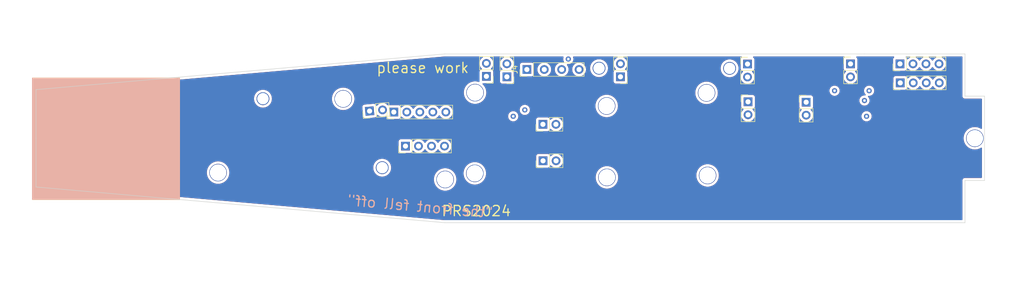
<source format=kicad_pcb>
(kicad_pcb (version 20240108) (generator "pcbnew") (generator_version "8.0")
  (layers (0 "F.Cu" signal) (1 "In1.Cu" signal) (2 "In2.Cu" signal) (31 "B.Cu" signal) (34 "B.Paste" user) (35 "F.Paste" user) (36 "B.SilkS" user "B.Silkscreen") (37 "F.SilkS" user "F.Silkscreen") (38 "B.Mask" user) (39 "F.Mask" user) (44 "Edge.Cuts" user))
  (net 0 "")
  (net 1 "Net-(BT1-+)")
  (net 2 "Net-(BT1--)")
  (net 3 "Net-(BT2--)")
  (net 4 "Net-(BT2-+)")
  (net 5 "Net-(BT3--)")
  (net 6 "Net-(BT3-+)")
  (net 7 "Net-(BT4--)")
  (net 8 "Net-(BT4-+)")
  (net 10 "Net-(J1-Pin_1)")
  (net 12 "Net-(J1-Pin_5)")
  (net 14 "Net-(J10-Pin_2)")
  (net 15 "Net-(J2-Pin_4)")
  (net 16 "Net-(J10-Pin_1)")
  (net 17 "Net-(J2-Pin_3)")
  (net 18 "Net-(J4-Pin_2)")
  (net 19 "Net-(J4-Pin_1)")
  (net 20 "Net-(J5-Pin_2)")
  (net 21 "Net-(J5-Pin_1)")
  (net 22 "Net-(J7-Pin_1)")
  (footprint "Connector_PinHeader_2.54mm:PinHeader_1x04_P2.54mm_Vertical" (layer "F.Cu") (at 221.8282 57.9628 90)
    (property "Reference" "SW1" (hide yes))
    (property "Value" "SW_DPST_x2")
    (fp_line (start -1.33 -1.33) (end 0 -1.33) (stroke (width 0.12)) (layer "F.SilkS"))
    (fp_line (start -1.33 0) (end -1.33 -1.33) (stroke (width 0.12)) (layer "F.SilkS"))
    (fp_line (start 1.33 1.27) (end 1.33 8.95) (stroke (width 0.12)) (layer "F.SilkS"))
    (fp_line (start -1.33 1.27) (end 1.33 1.27) (stroke (width 0.12)) (layer "F.SilkS"))
    (fp_line (start -1.33 1.27) (end -1.33 8.95) (stroke (width 0.12)) (layer "F.SilkS"))
    (fp_line (start -1.33 8.95) (end 1.33 8.95) (stroke (width 0.12)) (layer "F.SilkS"))
    (pad "1" thru_hole rect (at 0 0 90) (size 1.7 1.7) (drill 1) (layers "*.Cu" "*.Mask") (net 4 "Net-(BT2-+)"))
    (pad "2" thru_hole oval (at 0 2.54 90) (size 1.7 1.7) (drill 1) (layers "*.Cu" "*.Mask") (net 22 "Net-(J7-Pin_1)"))
    (pad "3" thru_hole oval (at 0 5.08 90) (size 1.7 1.7) (drill 1) (layers "*.Cu" "*.Mask") (net 18 "Net-(J4-Pin_2)"))
    (pad "4" thru_hole oval (at 0 7.62 90) (size 1.7 1.7) (drill 1) (layers "*.Cu" "*.Mask") (net 19 "Net-(J4-Pin_1)"))
  )
  (footprint "Connector_PinHeader_2.54mm:PinHeader_1x02_P2.54mm_Vertical" (layer "F.Cu") (at 152.0648 73.2078 90)
    (property "Reference" "J11" (hide yes))
    (property "Value" "Ezmini1")
    (fp_line (start -1.33 -1.33) (end 0 -1.33) (stroke (width 0.12)) (layer "F.SilkS"))
    (fp_line (start -1.33 0) (end -1.33 -1.33) (stroke (width 0.12)) (layer "F.SilkS"))
    (fp_line (start 1.33 1.27) (end 1.33 3.87) (stroke (width 0.12)) (layer "F.SilkS"))
    (fp_line (start -1.33 1.27) (end 1.33 1.27) (stroke (width 0.12)) (layer "F.SilkS"))
    (fp_line (start -1.33 1.27) (end -1.33 3.87) (stroke (width 0.12)) (layer "F.SilkS"))
    (fp_line (start -1.33 3.87) (end 1.33 3.87) (stroke (width 0.12)) (layer "F.SilkS"))
    (pad "1" thru_hole rect (at 0 0 90) (size 1.7 1.7) (drill 1) (layers "*.Cu" "*.Mask") (net 6 "Net-(BT3-+)"))
    (pad "2" thru_hole oval (at 0 2.54 90) (size 1.7 1.7) (drill 1) (layers "*.Cu" "*.Mask") (net 5 "Net-(BT3--)"))
  )
  (footprint ".pretty:MountingHole_2.2mm_M3_DIN965_Pad_1" (layer "F.Cu") (at 132.9436 76.8604)
    (property "Reference" "H7" (hide yes))
    (property "Value" "MountingHole")
    (pad "1" thru_hole circle (at 0 0) (size 3.4 3.4) (drill 3.2) (layers "*.Cu" "*.Mask"))
  )
  (footprint ".pretty:MountingHole_2.2mm_M3_DIN965_Pad_1" (layer "F.Cu") (at 236.4 68.8)
    (property "Reference" "H14" (hide yes))
    (property "Value" "MountingHole")
    (pad "1" thru_hole circle (at 0 0) (size 3.4 3.4) (drill 3.2) (layers "*.Cu" "*.Mask"))
  )
  (footprint "Connector_PinHeader_2.54mm:PinHeader_1x04_P2.54mm_Vertical" (layer "F.Cu") (at 125.1966 70.3326 90)
    (property "Reference" "J2" (hide yes))
    (property "Value" "LEO1")
    (fp_line (start -1.33 -1.33) (end 0 -1.33) (stroke (width 0.12)) (layer "F.SilkS"))
    (fp_line (start -1.33 0) (end -1.33 -1.33) (stroke (width 0.12)) (layer "F.SilkS"))
    (fp_line (start 1.33 1.27) (end 1.33 8.95) (stroke (width 0.12)) (layer "F.SilkS"))
    (fp_line (start -1.33 1.27) (end 1.33 1.27) (stroke (width 0.12)) (layer "F.SilkS"))
    (fp_line (start -1.33 1.27) (end -1.33 8.95) (stroke (width 0.12)) (layer "F.SilkS"))
    (fp_line (start -1.33 8.95) (end 1.33 8.95) (stroke (width 0.12)) (layer "F.SilkS"))
    (pad "1" thru_hole rect (at 0 0 90) (size 1.7 1.7) (drill 1) (layers "*.Cu" "*.Mask") (net 16 "Net-(J10-Pin_1)"))
    (pad "2" thru_hole oval (at 0 2.54 90) (size 1.7 1.7) (drill 1) (layers "*.Cu" "*.Mask") (net 14 "Net-(J10-Pin_2)"))
    (pad "3" thru_hole oval (at 0 5.08 90) (size 1.7 1.7) (drill 1) (layers "*.Cu" "*.Mask") (net 17 "Net-(J2-Pin_3)"))
    (pad "4" thru_hole oval (at 0 7.62 90) (size 1.7 1.7) (drill 1) (layers "*.Cu" "*.Mask") (net 15 "Net-(J2-Pin_4)"))
  )
  (footprint "Connector_PinHeader_2.54mm:PinHeader_1x05_P2.54mm_Vertical" (layer "F.Cu") (at 122.9156 63.6728 90)
    (property "Reference" "J1" (hide yes))
    (property "Value" "LEO2")
    (fp_line (start -1.33 -1.33) (end 0 -1.33) (stroke (width 0.12)) (layer "F.SilkS"))
    (fp_line (start -1.33 0) (end -1.33 -1.33) (stroke (width 0.12)) (layer "F.SilkS"))
    (fp_line (start 1.33 1.27) (end 1.33 11.49) (stroke (width 0.12)) (layer "F.SilkS"))
    (fp_line (start -1.33 1.27) (end 1.33 1.27) (stroke (width 0.12)) (layer "F.SilkS"))
    (fp_line (start -1.33 1.27) (end -1.33 11.49) (stroke (width 0.12)) (layer "F.SilkS"))
    (fp_line (start -1.33 11.49) (end 1.33 11.49) (stroke (width 0.12)) (layer "F.SilkS"))
    (pad "1" thru_hole rect (at 0 0 90) (size 1.7 1.7) (drill 1) (layers "*.Cu" "*.Mask") (net 10 "Net-(J1-Pin_1)"))
    (pad "2" thru_hole oval (at 0 2.54 90) (size 1.7 1.7) (drill 1) (layers "*.Cu" "*.Mask"))
    (pad "3" thru_hole oval (at 0 5.08 90) (size 1.7 1.7) (drill 1) (layers "*.Cu" "*.Mask"))
    (pad "4" thru_hole oval (at 0 7.62 90) (size 1.7 1.7) (drill 1) (layers "*.Cu" "*.Mask"))
    (pad "5" thru_hole oval (at 0 10.16 90) (size 1.7 1.7) (drill 1) (layers "*.Cu" "*.Mask") (net 12 "Net-(J1-Pin_5)"))
  )
  (footprint "Connector_PinHeader_2.54mm:PinHeader_1x02_P2.54mm_Vertical" (layer "F.Cu") (at 212.1154 54.2494)
    (property "Reference" "J10" (hide yes))
    (property "Value" "DCDC1")
    (fp_line (start -1.33 -1.33) (end 0 -1.33) (stroke (width 0.12)) (layer "F.SilkS"))
    (fp_line (start -1.33 0) (end -1.33 -1.33) (stroke (width 0.12)) (layer "F.SilkS"))
    (fp_line (start -1.33 1.27) (end -1.33 3.87) (stroke (width 0.12)) (layer "F.SilkS"))
    (fp_line (start -1.33 1.27) (end 1.33 1.27) (stroke (width 0.12)) (layer "F.SilkS"))
    (fp_line (start -1.33 3.87) (end 1.33 3.87) (stroke (width 0.12)) (layer "F.SilkS"))
    (fp_line (start 1.33 1.27) (end 1.33 3.87) (stroke (width 0.12)) (layer "F.SilkS"))
    (pad "1" thru_hole rect (at 0 0) (size 1.7 1.7) (drill 1) (layers "*.Cu" "*.Mask") (net 16 "Net-(J10-Pin_1)"))
    (pad "2" thru_hole oval (at 0 2.54) (size 1.7 1.7) (drill 1) (layers "*.Cu" "*.Mask") (net 14 "Net-(J10-Pin_2)"))
  )
  (footprint "Connector_PinHeader_2.54mm:PinHeader_1x02_P2.54mm_Vertical" (layer "F.Cu") (at 152.0394 66.0704 90)
    (property "Reference" "J5" (hide yes))
    (property "Value" "Ezmini1")
    (fp_line (start -1.33 -1.33) (end 0 -1.33) (stroke (width 0.12)) (layer "F.SilkS"))
    (fp_line (start -1.33 0) (end -1.33 -1.33) (stroke (width 0.12)) (layer "F.SilkS"))
    (fp_line (start 1.33 1.27) (end 1.33 3.87) (stroke (width 0.12)) (layer "F.SilkS"))
    (fp_line (start -1.33 1.27) (end 1.33 1.27) (stroke (width 0.12)) (layer "F.SilkS"))
    (fp_line (start -1.33 1.27) (end -1.33 3.87) (stroke (width 0.12)) (layer "F.SilkS"))
    (fp_line (start -1.33 3.87) (end 1.33 3.87) (stroke (width 0.12)) (layer "F.SilkS"))
    (pad "1" thru_hole rect (at 0 0 90) (size 1.7 1.7) (drill 1) (layers "*.Cu" "*.Mask") (net 21 "Net-(J5-Pin_1)"))
    (pad "2" thru_hole oval (at 0 2.54 90) (size 1.7 1.7) (drill 1) (layers "*.Cu" "*.Mask") (net 20 "Net-(J5-Pin_2)"))
  )
  (footprint ".pretty:MountingHole_2.2mm_M2_DIN965_Pad" (layer "F.Cu") (at 97.3582 61.0616)
    (property "Reference" "H1" (hide yes))
    (property "Value" "MountingHole")
    (pad "1" thru_hole circle (at 0 0) (size 2.5 2.5) (drill 2.2) (layers "*.Cu" "*.Mask"))
  )
  (footprint ".pretty:MountingHole_2.2mm_M3_DIN965_Pad_1" (layer "F.Cu") (at 138.7348 75.6666)
    (property "Reference" "H10" (hide yes))
    (property "Value" "MountingHole")
    (pad "1" thru_hole circle (at 0 0) (size 3.4 3.4) (drill 3.2) (layers "*.Cu" "*.Mask"))
  )
  (footprint "Connector_PinHeader_2.54mm:PinHeader_1x02_P2.54mm_Vertical" (layer "F.Cu") (at 141 56.6862 180)
    (property "Reference" "BT3" (hide yes))
    (property "Value" "1s2")
    (fp_line (start 1.33 1.27) (end 1.33 3.87) (stroke (width 0.12)) (layer "F.SilkS"))
    (fp_line (start -1.33 3.87) (end 1.33 3.87) (stroke (width 0.12)) (layer "F.SilkS"))
    (fp_line (start -1.33 1.27) (end 1.33 1.27) (stroke (width 0.12)) (layer "F.SilkS"))
    (fp_line (start -1.33 1.27) (end -1.33 3.87) (stroke (width 0.12)) (layer "F.SilkS"))
    (fp_line (start -1.33 0) (end -1.33 -1.33) (stroke (width 0.12)) (layer "F.SilkS"))
    (fp_line (start -1.33 -1.33) (end 0 -1.33) (stroke (width 0.12)) (layer "F.SilkS"))
    (pad "1" thru_hole rect (at 0 0 180) (size 1.7 1.7) (drill 1) (layers "*.Cu" "*.Mask") (net 6 "Net-(BT3-+)"))
    (pad "2" thru_hole oval (at 0 2.54 180) (size 1.7 1.7) (drill 1) (layers "*.Cu" "*.Mask") (net 5 "Net-(BT3--)"))
  )
  (footprint ".pretty:PinHeader_1x04_P3.08mm_Vertical" (layer "F.Cu") (at 148.902 55.3466 90)
    (property "Reference" "J4" (at 0 -2.33 90) (layer "F.SilkS"))
    (property "Value" "Strat1")
    (fp_line (start -1.33 -1.33) (end 0 -1.33) (stroke (width 0.12)) (layer "F.SilkS"))
    (fp_line (start -1.33 0) (end -1.33 -1.33) (stroke (width 0.12)) (layer "F.SilkS"))
    (fp_line (start 1.33 1.27) (end 1.33 11.176) (stroke (width 0.12)) (layer "F.SilkS"))
    (fp_line (start -1.33 1.27) (end 1.33 1.27) (stroke (width 0.12)) (layer "F.SilkS"))
    (fp_line (start -1.33 1.27) (end -1.33 11.176) (stroke (width 0.12)) (layer "F.SilkS"))
    (fp_line (start -1.33 11.176) (end 1.33 11.176) (stroke (width 0.12)) (layer "F.SilkS"))
    (pad "1" thru_hole rect (at 0 0 90) (size 1.7 1.7) (drill 1) (layers "*.Cu" "*.Mask") (net 19 "Net-(J4-Pin_1)"))
    (pad "2" thru_hole oval (at 0 3.4 90) (size 1.7 1.7) (drill 1) (layers "*.Cu" "*.Mask") (net 18 "Net-(J4-Pin_2)"))
    (pad "3" thru_hole oval (at 0 6.8 90) (size 1.7 1.7) (drill 1) (layers "*.Cu" "*.Mask") (net 8 "Net-(BT4-+)"))
    (pad "4" thru_hole oval (at 0 10.2 90) (size 1.7 1.7) (drill 1) (layers "*.Cu" "*.Mask") (net 7 "Net-(BT4--)"))
  )
  (footprint "Connector_PinHeader_2.54mm:PinHeader_1x02_P2.54mm_Vertical" (layer "F.Cu") (at 203.454 61.7424)
    (property "Reference" "BT1" (hide yes))
    (property "Value" "2s")
    (fp_line (start -1.33 -1.33) (end 0 -1.33) (stroke (width 0.12)) (layer "F.SilkS"))
    (fp_line (start -1.33 0) (end -1.33 -1.33) (stroke (width 0.12)) (layer "F.SilkS"))
    (fp_line (start -1.33 1.27) (end -1.33 3.87) (stroke (width 0.12)) (layer "F.SilkS"))
    (fp_line (start -1.33 1.27) (end 1.33 1.27) (stroke (width 0.12)) (layer "F.SilkS"))
    (fp_line (start -1.33 3.87) (end 1.33 3.87) (stroke (width 0.12)) (layer "F.SilkS"))
    (fp_line (start 1.33 1.27) (end 1.33 3.87) (stroke (width 0.12)) (layer "F.SilkS"))
    (pad "1" thru_hole rect (at 0 0) (size 1.7 1.7) (drill 1) (layers "*.Cu" "*.Mask") (net 1 "Net-(BT1-+)"))
    (pad "2" thru_hole oval (at 0 2.54) (size 1.7 1.7) (drill 1) (layers "*.Cu" "*.Mask") (net 2 "Net-(BT1--)"))
  )
  (footprint "Connector_PinHeader_2.54mm:PinHeader_1x02_P2.54mm_Vertical" (layer "F.Cu") (at 192 54.2798)
    (property "Reference" "J9" (hide yes))
    (property "Value" "DCDC1")
    (fp_line (start -1.33 -1.33) (end 0 -1.33) (stroke (width 0.12)) (layer "F.SilkS"))
    (fp_line (start -1.33 0) (end -1.33 -1.33) (stroke (width 0.12)) (layer "F.SilkS"))
    (fp_line (start -1.33 1.27) (end -1.33 3.87) (stroke (width 0.12)) (layer "F.SilkS"))
    (fp_line (start -1.33 1.27) (end 1.33 1.27) (stroke (width 0.12)) (layer "F.SilkS"))
    (fp_line (start -1.33 3.87) (end 1.33 3.87) (stroke (width 0.12)) (layer "F.SilkS"))
    (fp_line (start 1.33 1.27) (end 1.33 3.87) (stroke (width 0.12)) (layer "F.SilkS"))
    (pad "1" thru_hole rect (at 0 0) (size 1.7 1.7) (drill 1) (layers "*.Cu" "*.Mask") (net 1 "Net-(BT1-+)"))
    (pad "2" thru_hole oval (at 0 2.54) (size 1.7 1.7) (drill 1) (layers "*.Cu" "*.Mask") (net 2 "Net-(BT1--)"))
  )
  (footprint ".pretty:MountingHole_2.2mm_M3_DIN965_Pad_1" (layer "F.Cu") (at 88.5952 75.5142)
    (property "Reference" "H5" (hide yes))
    (property "Value" "MountingHole")
    (pad "1" thru_hole circle (at 0 0) (size 3.4 3.4) (drill 3.2) (layers "*.Cu" "*.Mask"))
  )
  (footprint "Connector_PinHeader_2.54mm:PinHeader_1x02_P2.54mm_Vertical" (layer "F.Cu") (at 145 56.775 180)
    (property "Reference" "BT2" (hide yes))
    (property "Value" "1s1")
    (fp_line (start 1.33 1.27) (end 1.33 3.87) (stroke (width 0.12)) (layer "F.SilkS"))
    (fp_line (start -1.33 3.87) (end 1.33 3.87) (stroke (width 0.12)) (layer "F.SilkS"))
    (fp_line (start -1.33 1.27) (end 1.33 1.27) (stroke (width 0.12)) (layer "F.SilkS"))
    (fp_line (start -1.33 1.27) (end -1.33 3.87) (stroke (width 0.12)) (layer "F.SilkS"))
    (fp_line (start -1.33 0) (end -1.33 -1.33) (stroke (width 0.12)) (layer "F.SilkS"))
    (fp_line (start -1.33 -1.33) (end 0 -1.33) (stroke (width 0.12)) (layer "F.SilkS"))
    (pad "1" thru_hole rect (at 0 0 180) (size 1.7 1.7) (drill 1) (layers "*.Cu" "*.Mask") (net 4 "Net-(BT2-+)"))
    (pad "2" thru_hole oval (at 0 2.54 180) (size 1.7 1.7) (drill 1) (layers "*.Cu" "*.Mask") (net 3 "Net-(BT2--)"))
  )
  (footprint ".pretty:MountingHole_2.2mm_M3_DIN965_Pad_1" (layer "F.Cu") (at 164.4904 62.484)
    (property "Reference" "H9" (hide yes))
    (property "Value" "MountingHole")
    (pad "1" thru_hole circle (at 0 0) (size 3.4 3.4) (drill 3.2) (layers "*.Cu" "*.Mask"))
  )
  (footprint "Connector_PinHeader_2.54mm:PinHeader_1x02_P2.54mm_Vertical" (layer "F.Cu") (at 192.1002 61.6662)
    (property "Reference" "J8" (hide yes))
    (property "Value" "camera")
    (fp_line (start -1.33 -1.33) (end 0 -1.33) (stroke (width 0.12)) (layer "F.SilkS"))
    (fp_line (start -1.33 0) (end -1.33 -1.33) (stroke (width 0.12)) (layer "F.SilkS"))
    (fp_line (start -1.33 1.27) (end -1.33 3.87) (stroke (width 0.12)) (layer "F.SilkS"))
    (fp_line (start -1.33 1.27) (end 1.33 1.27) (stroke (width 0.12)) (layer "F.SilkS"))
    (fp_line (start -1.33 3.87) (end 1.33 3.87) (stroke (width 0.12)) (layer "F.SilkS"))
    (fp_line (start 1.33 1.27) (end 1.33 3.87) (stroke (width 0.12)) (layer "F.SilkS"))
    (pad "1" thru_hole rect (at 0 0) (size 1.7 1.7) (drill 1) (layers "*.Cu" "*.Mask") (net 10 "Net-(J1-Pin_1)"))
    (pad "2" thru_hole oval (at 0 2.54) (size 1.7 1.7) (drill 1) (layers "*.Cu" "*.Mask") (net 12 "Net-(J1-Pin_5)"))
  )
  (footprint ".pretty:MountingHole_2.2mm_M3_DIN965_Pad_1" (layer "F.Cu") (at 183.9976 59.9186)
    (property "Reference" "H11" (hide yes))
    (property "Value" "MountingHole")
    (pad "1" thru_hole circle (at 0 0) (size 3.4 3.4) (drill 3.2) (layers "*.Cu" "*.Mask"))
  )
  (footprint ".pretty:MountingHole_2.2mm_M3_DIN965_Pad_1" (layer "F.Cu") (at 164.5412 76.454)
    (property "Reference" "H13" (hide yes))
    (property "Value" "MountingHole")
    (pad "1" thru_hole circle (at 0 0) (size 3.4 3.4) (drill 3.2) (layers "*.Cu" "*.Mask"))
  )
  (footprint ".pretty:MountingHole_2.2mm_M3_DIN965_Pad_1" (layer "F.Cu") (at 184.2008 76.073)
    (property "Reference" "H12" (hide yes))
    (property "Value" "MountingHole")
    (pad "1" thru_hole circle (at 0 0) (size 3.4 3.4) (drill 3.2) (layers "*.Cu" "*.Mask"))
  )
  (footprint "Connector_PinHeader_2.54mm:PinHeader_1x04_P2.54mm_Vertical" (layer "F.Cu") (at 221.7774 54.2444 90)
    (property "Reference" "SW2" (hide yes))
    (property "Value" "SW_DPST_x2")
    (fp_line (start -1.33 -1.33) (end 0 -1.33) (stroke (width 0.12)) (layer "F.SilkS"))
    (fp_line (start -1.33 0) (end -1.33 -1.33) (stroke (width 0.12)) (layer "F.SilkS"))
    (fp_line (start 1.33 1.27) (end 1.33 8.95) (stroke (width 0.12)) (layer "F.SilkS"))
    (fp_line (start -1.33 1.27) (end 1.33 1.27) (stroke (width 0.12)) (layer "F.SilkS"))
    (fp_line (start -1.33 1.27) (end -1.33 8.95) (stroke (width 0.12)) (layer "F.SilkS"))
    (fp_line (start -1.33 8.95) (end 1.33 8.95) (stroke (width 0.12)) (layer "F.SilkS"))
    (pad "1" thru_hole rect (at 0 0 90) (size 1.7 1.7) (drill 1) (layers "*.Cu" "*.Mask") (net 20 "Net-(J5-Pin_2)"))
    (pad "2" thru_hole oval (at 0 2.54 90) (size 1.7 1.7) (drill 1) (layers "*.Cu" "*.Mask") (net 21 "Net-(J5-Pin_1)"))
    (pad "3" thru_hole oval (at 0 5.08 90) (size 1.7 1.7) (drill 1) (layers "*.Cu" "*.Mask") (net 15 "Net-(J2-Pin_4)"))
    (pad "4" thru_hole oval (at 0 7.62 90) (size 1.7 1.7) (drill 1) (layers "*.Cu" "*.Mask") (net 17 "Net-(J2-Pin_3)"))
  )
  (footprint ".pretty:MountingHole_2.2mm_M2_DIN965_Pad" (layer "F.Cu") (at 120.65 74.5594)
    (property "Reference" "H2" (hide yes))
    (property "Value" "MountingHole")
    (pad "1" thru_hole circle (at 0 0) (size 2.5 2.5) (drill 2.2) (layers "*.Cu" "*.Mask"))
  )
  (footprint ".pretty:MountingHole_2.2mm_M3_DIN965_Pad_1" (layer "F.Cu") (at 138.7856 59.8678)
    (property "Reference" "H8" (hide yes))
    (property "Value" "MountingHole")
    (pad "1" thru_hole circle (at 0 0) (size 3.4 3.4) (drill 3.2) (layers "*.Cu" "*.Mask"))
  )
  (footprint "Connector_PinHeader_2.54mm:PinHeader_1x02_P2.54mm_Vertical" (layer "F.Cu") (at 167.1828 56.769 180)
    (property "Reference" "BT4" (hide yes))
    (property "Value" "1s3")
    (fp_line (start 1.33 1.27) (end 1.33 3.87) (stroke (width 0.12)) (layer "F.SilkS"))
    (fp_line (start -1.33 3.87) (end 1.33 3.87) (stroke (width 0.12)) (layer "F.SilkS"))
    (fp_line (start -1.33 1.27) (end 1.33 1.27) (stroke (width 0.12)) (layer "F.SilkS"))
    (fp_line (start -1.33 1.27) (end -1.33 3.87) (stroke (width 0.12)) (layer "F.SilkS"))
    (fp_line (start -1.33 0) (end -1.33 -1.33) (stroke (width 0.12)) (layer "F.SilkS"))
    (fp_line (start -1.33 -1.33) (end 0 -1.33) (stroke (width 0.12)) (layer "F.SilkS"))
    (pad "1" thru_hole rect (at 0 0 180) (size 1.7 1.7) (drill 1) (layers "*.Cu" "*.Mask") (net 8 "Net-(BT4-+)"))
    (pad "2" thru_hole oval (at 0 2.54 180) (size 1.7 1.7) (drill 1) (layers "*.Cu" "*.Mask") (net 7 "Net-(BT4--)"))
  )
  (footprint ".pretty:MountingHole_2.2mm_M2_DIN965_Pad" (layer "F.Cu") (at 163 55.0926)
    (property "Reference" "H3" (hide yes))
    (property "Value" "MountingHole")
    (pad "1" thru_hole circle (at 0 0) (size 2.5 2.5) (drill 2.2) (layers "*.Cu" "*.Mask"))
  )
  (footprint ".pretty:MountingHole_2.2mm_M3_DIN965_Pad_1" (layer "F.Cu") (at 113.03 61.087)
    (property "Reference" "H6" (hide yes))
    (property "Value" "MountingHole")
    (pad "1" thru_hole circle (at 0 0) (size 3.4 3.4) (drill 3.2) (layers "*.Cu" "*.Mask"))
  )
  (footprint ".pretty:MountingHole_2.2mm_M2_DIN965_Pad" (layer "F.Cu") (at 188.5 55.118)
    (property "Reference" "H4" (hide yes))
    (property "Value" "MountingHole")
    (pad "1" thru_hole circle (at 0 0) (size 2.5 2.5) (drill 2.2) (layers "*.Cu" "*.Mask"))
  )
  (footprint "Connector_PinHeader_2.54mm:PinHeader_1x02_P2.54mm_Vertical" (layer "F.Cu") (at 118.1862 63.4746 95)
    (property "Reference" "J7" (hide yes))
    (property "Value" "FWGPS")
    (fp_line (start -1.33 -1.33) (end 0 -1.33) (stroke (width 0.12)) (layer "F.SilkS"))
    (fp_line (start -1.33 0) (end -1.33 -1.33) (stroke (width 0.12)) (layer "F.SilkS"))
    (fp_line (start 1.33 1.27) (end 1.33 3.87) (stroke (width 0.12)) (layer "F.SilkS"))
    (fp_line (start -1.33 1.27) (end 1.33 1.27) (stroke (width 0.12)) (layer "F.SilkS"))
    (fp_line (start -1.33 1.27) (end -1.33 3.87) (stroke (width 0.12)) (layer "F.SilkS"))
    (fp_line (start -1.33 3.87) (end 1.33 3.87) (stroke (width 0.12)) (layer "F.SilkS"))
    (pad "1" thru_hole rect (at 0 0 95) (size 1.7 1.7) (drill 1) (layers "*.Cu" "*.Mask") (net 22 "Net-(J7-Pin_1)"))
    (pad "2" thru_hole oval (at 0 2.540001 95) (size 1.7 1.7) (drill 1) (layers "*.Cu" "*.Mask") (net 3 "Net-(BT2--)"))
  )
  (gr_rect (start 52.3 57) (end 81.1 80.8) (stroke (width 0.1)) (fill solid) (layer "B.SilkS"))
  (gr_rect (start 52.3 57) (end 81.1 80.8) (stroke (width 0.1)) (fill solid) (layer "F.SilkS"))
  (gr_line (start 214.843182 52.2986) (end 132.874131 52.2986) (stroke (width 0.1)) (layer "Edge.Cuts"))
  (gr_line (start 238.284131 60.5536) (end 238.284131 77.0636) (stroke (width 0.1)) (layer "Edge.Cuts"))
  (gr_line (start 53.0352 59.2836) (end 53.0352 68.8086) (stroke (width 0.1)) (layer "Edge.Cuts"))
  (gr_line (start 234.474131 85.3186) (end 132.874131 85.3186) (stroke (width 0.1)) (layer "Edge.Cuts"))
  (gr_line (start 234.474131 52.2986) (end 214.843182 52.2986) (stroke (width 0.1)) (layer "Edge.Cuts"))
  (gr_line (start 238.284131 60.5536) (end 234.474131 60.5536) (stroke (width 0.1)) (layer "Edge.Cuts"))
  (gr_line (start 53.0352 78.3336) (end 53.0352 68.8086) (stroke (width 0.1)) (layer "Edge.Cuts"))
  (gr_line (start 234.474131 52.2986) (end 234.474131 60.5536) (stroke (width 0.1)) (layer "Edge.Cuts"))
  (gr_line (start 234.474131 77.0636) (end 234.474131 85.3186) (stroke (width 0.1)) (layer "Edge.Cuts"))
  (gr_line (start 234.474131 77.0636) (end 238.284131 77.0636) (stroke (width 0.1)) (layer "Edge.Cuts"))
  (gr_line (start 132.874131 85.3186) (end 53.0352 78.3336) (stroke (width 0.1)) (layer "Edge.Cuts"))
  (gr_line (start 132.874131 52.2986) (end 53.0352 59.2836) (stroke (width 0.1)) (layer "Edge.Cuts"))
  (gr_text "{dblquote}the front fell off{dblquote}" (at 142.3 84.6 355) (layer "B.SilkS") (effects (font (size 2 2) (thickness 0.25)) (justify left bottom mirror)))
  (gr_text "please work" (at 119.4 56.2 0) (layer "F.SilkS") (effects (font (size 2 2) (thickness 0.25)) (justify left bottom)))
  (gr_text "PRS2024" (at 132.1 84.2 0) (layer "F.SilkS") (effects (font (size 2 2) (thickness 0.25)) (justify left bottom)))
  (via (at 146.241116 64.5) (size 1) (drill 0.5) (layers "F.Cu" "B.Cu") (net 10))
  (via (at 148.5 63.25) (size 1) (drill 0.5) (layers "F.Cu" "B.Cu") (net 12))
  (via (at 214.841655 61.417057) (size 1) (drill 0.5) (layers "F.Cu" "B.Cu") (net 14))
  (via (at 215.75 59.5) (size 1) (drill 0.5) (layers "F.Cu" "B.Cu") (net 16))
  (via (at 215.25 64.5) (size 1) (drill 0.5) (layers "F.Cu" "B.Cu") (net 19))
  (via (at 209 59.5) (size 1) (drill 0.5) (layers "F.Cu" "B.Cu") (net 19))
  (via (at 157 53.2986) (size 1) (drill 0.5) (layers "F.Cu" "B.Cu") (net 19))
  (zone (net 0) (net_name "") (layer "F.Cu") (connect_pads (clearance 0.5)) (min_thickness 0.25) (fill yes (thermal_gap 0.5) (thermal_bridge_width 0.5) (island_removal_mode 1) (island_area_min 10))
    (polygon (pts (xy 49 41.75) (xy 245.5 42.25) (xy 246 90.75) (xy 50 85.5)))
  )
  (zone (net 0) (net_name "") (layer "B.Cu") (connect_pads (clearance 0.5)) (min_thickness 0.25) (fill yes (thermal_gap 0.5) (thermal_bridge_width 0.5) (island_removal_mode 1) (island_area_min 10))
    (polygon (pts (xy 243.000071 44.02799) (xy 46.500071 44.52799) (xy 46.000071 93.02799) (xy 242.000071 87.77799)))
  )
)
</source>
